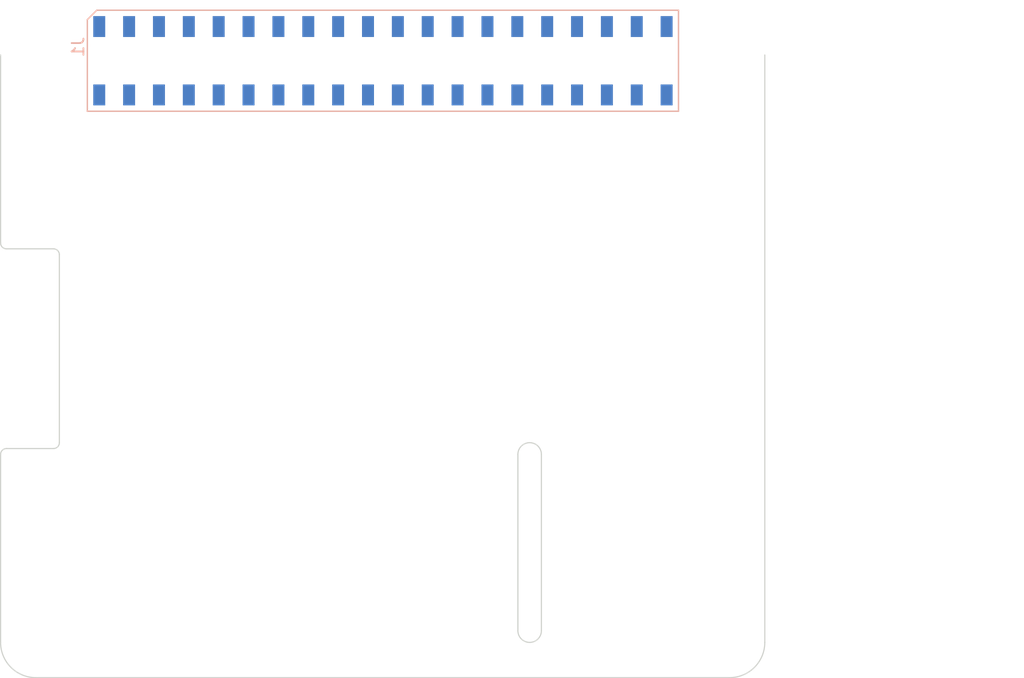
<source format=kicad_pcb>
(kicad_pcb (version 20240108) (generator "pcbnew") (generator_version "8.0")
  (title_block (date "15 nov 2012"))
  (layers (0 "F.Cu" signal) (31 "B.Cu" signal) (34 "B.Paste" user) (35 "F.Paste" user) (36 "B.SilkS" user "B.Silkscreen") (37 "F.SilkS" user "F.Silkscreen") (38 "B.Mask" user) (39 "F.Mask" user) (44 "Edge.Cuts" user))
  (net 0 "")
  (footprint "MountingHole:MountingHole_2.7mm_M2.5" (layer "F.Cu") (at 161.5 47.5)
    (property "Reference" "MH2" (hide yes))
    (property "Value" "MountingHole_2.7mm_M2.5" (hide yes))
    (pad "" np_thru_hole circle (at 0 0) (size 2.7 2.7) (drill 2.7) (layers "*.Cu" "*.Mask"))
  )
  (footprint "MountingHole:MountingHole_2.7mm_M2.5" (layer "F.Cu") (at 103.5 96.5)
    (property "Reference" "MH3" (hide yes))
    (property "Value" "MountingHole_2.7mm_M2.5" (hide yes))
    (pad "" np_thru_hole circle (at 0 0) (size 2.7 2.7) (drill 2.7) (layers "*.Cu" "*.Mask"))
  )
  (footprint "MountingHole:MountingHole_2.7mm_M2.5" (layer "F.Cu") (at 103.5 47.5)
    (property "Reference" "MH1" (hide yes))
    (property "Value" "MountingHole_2.7mm_M2.5" (hide yes))
    (pad "" np_thru_hole circle (at 0 0) (size 2.7 2.7) (drill 2.7) (layers "*.Cu" "*.Mask"))
  )
  (footprint "MountingHole:MountingHole_2.7mm_M2.5" (layer "F.Cu") (at 161.5 96.5)
    (property "Reference" "MH4" (hide yes))
    (property "Value" "MountingHole_2.7mm_M2.5" (hide yes))
    (pad "" np_thru_hole circle (at 0 0) (size 2.7 2.7) (drill 2.7) (layers "*.Cu" "*.Mask"))
  )
  (footprint "ch:Harwin M20-7812045-R" (layer "B.Cu") (at 108.39 46.22 -90)
    (property "Reference" "J1" (at 0.1 1.8 90) (layer "B.SilkS") (effects (justify mirror)))
    (property "Value" "Harwin M20-7812045-R" (hide yes))
    (fp_line (start -2.23 1.01) (end -3.03 0.21) (stroke (width 0.12)) (layer "B.SilkS"))
    (fp_line (start 5.57 1.01) (end -2.23 1.01) (stroke (width 0.12)) (layer "B.SilkS"))
    (fp_line (start -3.03 0.21) (end -3.03 -49.27) (stroke (width 0.12)) (layer "B.SilkS"))
    (fp_line (start -3.03 -49.27) (end 5.57 -49.27) (stroke (width 0.12)) (layer "B.SilkS"))
    (fp_line (start 5.57 -49.27) (end 5.57 1.01) (stroke (width 0.12)) (layer "B.SilkS"))
    (pad "" np_thru_hole circle (at 0 -48.26) (size 1.02 1.02) (drill 1.02) (layers "F&B.Cu"))
    (pad "" np_thru_hole circle (at 0 -45.72) (size 1.02 1.02) (drill 1.02) (layers "F&B.Cu"))
    (pad "" np_thru_hole circle (at 0 -43.18) (size 1.02 1.02) (drill 1.02) (layers "F&B.Cu"))
    (pad "" np_thru_hole circle (at 0 -40.64) (size 1.02 1.02) (drill 1.02) (layers "F&B.Cu"))
    (pad "" np_thru_hole circle (at 0 -38.1) (size 1.02 1.02) (drill 1.02) (layers "F&B.Cu"))
    (pad "" np_thru_hole circle (at 0 -35.56) (size 1.02 1.02) (drill 1.02) (layers "F&B.Cu"))
    (pad "" np_thru_hole circle (at 0 -33.02) (size 1.02 1.02) (drill 1.02) (layers "F&B.Cu"))
    (pad "" np_thru_hole circle (at 0 -30.48) (size 1.02 1.02) (drill 1.02) (layers "F&B.Cu"))
    (pad "" np_thru_hole circle (at 0 -27.94) (size 1.02 1.02) (drill 1.02) (layers "F&B.Cu"))
    (pad "" np_thru_hole circle (at 0 -25.4) (size 1.02 1.02) (drill 1.02) (layers "F&B.Cu"))
    (pad "" np_thru_hole circle (at 0 -22.86) (size 1.02 1.02) (drill 1.02) (layers "F&B.Cu"))
    (pad "" np_thru_hole circle (at 0 -20.32) (size 1.02 1.02) (drill 1.02) (layers "F&B.Cu"))
    (pad "" np_thru_hole circle (at 0 -17.78) (size 1.02 1.02) (drill 1.02) (layers "F&B.Cu"))
    (pad "" np_thru_hole circle (at 0 -15.26) (size 1.02 1.02) (drill 1.02) (layers "F&B.Cu"))
    (pad "" np_thru_hole circle (at 0 -12.7) (size 1.02 1.02) (drill 1.02) (layers "F&B.Cu"))
    (pad "" np_thru_hole circle (at 0 -10.16) (size 1.02 1.02) (drill 1.02) (layers "F&B.Cu"))
    (pad "" np_thru_hole circle (at 0 -7.62) (size 1.02 1.02) (drill 1.02) (layers "F&B.Cu"))
    (pad "" np_thru_hole circle (at 0 -5.08) (size 1.02 1.02) (drill 1.02) (layers "F&B.Cu"))
    (pad "" np_thru_hole circle (at 0 -2.54) (size 1.02 1.02) (drill 1.02) (layers "F&B.Cu"))
    (pad "" np_thru_hole circle (at 0 0) (size 1.02 1.02) (drill 1.02) (layers "F&B.Cu"))
    (pad "" np_thru_hole circle (at 1.27 -46.99) (size 1.8 1.8) (drill 1.8) (layers "F&B.Cu"))
    (pad "" np_thru_hole circle (at 1.27 -1.27) (size 1.8 1.8) (drill 1.8) (layers "F&B.Cu"))
    (pad "" np_thru_hole circle (at 2.54 -48.26) (size 1.02 1.02) (drill 1.02) (layers "F&B.Cu"))
    (pad "" np_thru_hole circle (at 2.54 -45.72) (size 1.02 1.02) (drill 1.02) (layers "F&B.Cu"))
    (pad "" np_thru_hole circle (at 2.54 -43.18) (size 1.02 1.02) (drill 1.02) (layers "F&B.Cu"))
    (pad "" np_thru_hole circle (at 2.54 -40.64) (size 1.02 1.02) (drill 1.02) (layers "F&B.Cu"))
    (pad "" np_thru_hole circle (at 2.54 -38.1) (size 1.02 1.02) (drill 1.02) (layers "F&B.Cu"))
    (pad "" np_thru_hole circle (at 2.54 -35.56) (size 1.02 1.02) (drill 1.02) (layers "F&B.Cu"))
    (pad "" np_thru_hole circle (at 2.54 -33.02) (size 1.02 1.02) (drill 1.02) (layers "F&B.Cu"))
    (pad "" np_thru_hole circle (at 2.54 -30.48) (size 1.02 1.02) (drill 1.02) (layers "F&B.Cu"))
    (pad "" np_thru_hole circle (at 2.54 -27.94) (size 1.02 1.02) (drill 1.02) (layers "F&B.Cu"))
    (pad "" np_thru_hole circle (at 2.54 -25.4) (size 1.02 1.02) (drill 1.02) (layers "F&B.Cu"))
    (pad "" np_thru_hole circle (at 2.54 -22.86) (size 1.02 1.02) (drill 1.02) (layers "F&B.Cu"))
    (pad "" np_thru_hole circle (at 2.54 -20.32) (size 1.02 1.02) (drill 1.02) (layers "F&B.Cu"))
    (pad "" np_thru_hole circle (at 2.54 -17.78) (size 1.02 1.02) (drill 1.02) (layers "F&B.Cu"))
    (pad "" np_thru_hole circle (at 2.54 -15.24) (size 1.02 1.02) (drill 1.02) (layers "F&B.Cu"))
    (pad "" np_thru_hole circle (at 2.54 -12.7) (size 1.02 1.02) (drill 1.02) (layers "F&B.Cu"))
    (pad "" np_thru_hole circle (at 2.54 -10.16) (size 1.02 1.02) (drill 1.02) (layers "F&B.Cu"))
    (pad "" np_thru_hole circle (at 2.54 -7.62) (size 1.02 1.02) (drill 1.02) (layers "F&B.Cu"))
    (pad "" np_thru_hole circle (at 2.54 -5.08) (size 1.02 1.02) (drill 1.02) (layers "F&B.Cu"))
    (pad "" np_thru_hole circle (at 2.54 -2.54) (size 1.02 1.02) (drill 1.02) (layers "F&B.Cu"))
    (pad "" np_thru_hole circle (at 2.54 0) (size 1.02 1.02) (drill 1.02) (layers "F&B.Cu"))
    (pad "1" smd rect (at 4.18 0) (size 1.02 1.78) (layers "B.Cu" "B.Paste" "B.Mask"))
    (pad "2" smd rect (at -1.64 0) (size 1.02 1.78) (layers "B.Cu" "B.Paste" "B.Mask"))
    (pad "3" smd rect (at 4.18 -2.54) (size 1.02 1.78) (layers "B.Cu" "B.Paste" "B.Mask"))
    (pad "4" smd rect (at -1.64 -2.54) (size 1.02 1.78) (layers "B.Cu" "B.Paste" "B.Mask"))
    (pad "5" smd rect (at 4.18 -5.08) (size 1.02 1.78) (layers "B.Cu" "B.Paste" "B.Mask"))
    (pad "6" smd rect (at -1.64 -5.08) (size 1.02 1.78) (layers "B.Cu" "B.Paste" "B.Mask"))
    (pad "7" smd rect (at 4.18 -7.62) (size 1.02 1.78) (layers "B.Cu" "B.Paste" "B.Mask"))
    (pad "8" smd rect (at -1.64 -7.62) (size 1.02 1.78) (layers "B.Cu" "B.Paste" "B.Mask"))
    (pad "9" smd rect (at 4.18 -10.16) (size 1.02 1.78) (layers "B.Cu" "B.Paste" "B.Mask"))
    (pad "10" smd rect (at -1.64 -10.16) (size 1.02 1.78) (layers "B.Cu" "B.Paste" "B.Mask"))
    (pad "11" smd rect (at 4.18 -12.7) (size 1.02 1.78) (layers "B.Cu" "B.Paste" "B.Mask"))
    (pad "12" smd rect (at -1.64 -12.7) (size 1.02 1.78) (layers "B.Cu" "B.Paste" "B.Mask"))
    (pad "13" smd rect (at 4.18 -15.24) (size 1.02 1.78) (layers "B.Cu" "B.Paste" "B.Mask"))
    (pad "14" smd rect (at -1.64 -15.24) (size 1.02 1.78) (layers "B.Cu" "B.Paste" "B.Mask"))
    (pad "15" smd rect (at 4.18 -17.78) (size 1.02 1.78) (layers "B.Cu" "B.Paste" "B.Mask"))
    (pad "16" smd rect (at -1.64 -17.78) (size 1.02 1.78) (layers "B.Cu" "B.Paste" "B.Mask"))
    (pad "17" smd rect (at 4.18 -20.32) (size 1.02 1.78) (layers "B.Cu" "B.Paste" "B.Mask"))
    (pad "18" smd rect (at -1.64 -20.32) (size 1.02 1.78) (layers "B.Cu" "B.Paste" "B.Mask"))
    (pad "19" smd rect (at 4.18 -22.86) (size 1.02 1.78) (layers "B.Cu" "B.Paste" "B.Mask"))
    (pad "20" smd rect (at -1.64 -22.86) (size 1.02 1.78) (layers "B.Cu" "B.Paste" "B.Mask"))
    (pad "21" smd rect (at 4.18 -25.4) (size 1.02 1.78) (layers "B.Cu" "B.Paste" "B.Mask"))
    (pad "22" smd rect (at -1.64 -25.4) (size 1.02 1.78) (layers "B.Cu" "B.Paste" "B.Mask"))
    (pad "23" smd rect (at 4.18 -27.94) (size 1.02 1.78) (layers "B.Cu" "B.Paste" "B.Mask"))
    (pad "24" smd rect (at -1.64 -27.94) (size 1.02 1.78) (layers "B.Cu" "B.Paste" "B.Mask"))
    (pad "25" smd rect (at 4.18 -30.48) (size 1.02 1.78) (layers "B.Cu" "B.Paste" "B.Mask"))
    (pad "26" smd rect (at -1.64 -30.48) (size 1.02 1.78) (layers "B.Cu" "B.Paste" "B.Mask"))
    (pad "27" smd rect (at 4.18 -33.02) (size 1.02 1.78) (layers "B.Cu" "B.Paste" "B.Mask"))
    (pad "28" smd rect (at -1.64 -33.02) (size 1.02 1.78) (layers "B.Cu" "B.Paste" "B.Mask"))
    (pad "29" smd rect (at 4.18 -35.56) (size 1.02 1.78) (layers "B.Cu" "B.Paste" "B.Mask"))
    (pad "30" smd rect (at -1.64 -35.56) (size 1.02 1.78) (layers "B.Cu" "B.Paste" "B.Mask"))
    (pad "31" smd rect (at 4.18 -38.1) (size 1.02 1.78) (layers "B.Cu" "B.Paste" "B.Mask"))
    (pad "32" smd rect (at -1.64 -38.1) (size 1.02 1.78) (layers "B.Cu" "B.Paste" "B.Mask"))
    (pad "33" smd rect (at 4.18 -40.64) (size 1.02 1.78) (layers "B.Cu" "B.Paste" "B.Mask"))
    (pad "34" smd rect (at -1.64 -40.64) (size 1.02 1.78) (layers "B.Cu" "B.Paste" "B.Mask"))
    (pad "35" smd rect (at 4.18 -43.18) (size 1.02 1.78) (layers "B.Cu" "B.Paste" "B.Mask"))
    (pad "36" smd rect (at -1.64 -43.18) (size 1.02 1.78) (layers "B.Cu" "B.Paste" "B.Mask"))
    (pad "37" smd rect (at 4.18 -45.72) (size 1.02 1.78) (layers "B.Cu" "B.Paste" "B.Mask"))
    (pad "38" smd rect (at -1.64 -45.72) (size 1.02 1.78) (layers "B.Cu" "B.Paste" "B.Mask"))
    (pad "39" smd rect (at 4.18 -48.26) (size 1.02 1.78) (layers "B.Cu" "B.Paste" "B.Mask"))
    (pad "40" smd rect (at -1.64 -48.26) (size 1.02 1.78) (layers "B.Cu" "B.Paste" "B.Mask"))
  )
  (gr_arc (start 100.5 63.5) (mid 100.146447 63.353553) (end 100 63) (stroke (width 0.1)) (layer "Edge.Cuts"))
  (gr_line (start 165 97) (end 165 47) (stroke (width 0.1)) (layer "Edge.Cuts"))
  (gr_line (start 100 47) (end 100 63) (stroke (width 0.1)) (layer "Edge.Cuts"))
  (gr_line (start 146 81) (end 146 96) (stroke (width 0.1)) (layer "Edge.Cuts"))
  (gr_line (start 144 96) (end 144 81) (stroke (width 0.1)) (layer "Edge.Cuts"))
  (gr_arc (start 103 100) (mid 100.87868 99.12132) (end 100 97) (stroke (width 0.1)) (layer "Edge.Cuts"))
  (gr_line (start 103 100) (end 162 100) (stroke (width 0.1)) (layer "Edge.Cuts"))
  (gr_line (start 104.5 80.5) (end 100.5 80.5) (stroke (width 0.1)) (layer "Edge.Cuts"))
  (gr_arc (start 144 81) (mid 145 80) (end 146 81) (stroke (width 0.1)) (layer "Edge.Cuts"))
  (gr_arc (start 100 81) (mid 100.146138 80.646755) (end 100.499127 80.500001) (stroke (width 0.1)) (layer "Edge.Cuts"))
  (gr_arc (start 165 97) (mid 164.12132 99.12132) (end 162 100) (stroke (width 0.1)) (layer "Edge.Cuts"))
  (gr_line (start 105 64) (end 105 80) (stroke (width 0.1)) (layer "Edge.Cuts"))
  (gr_arc (start 146 96) (mid 145 97) (end 144 96) (stroke (width 0.1)) (layer "Edge.Cuts"))
  (gr_line (start 100 81) (end 100 97) (stroke (width 0.1)) (layer "Edge.Cuts"))
  (gr_line (start 100.5 63.5) (end 104.5 63.5) (stroke (width 0.1)) (layer "Edge.Cuts"))
  (gr_arc (start 105 80) (mid 104.853553 80.353553) (end 104.5 80.5) (stroke (width 0.1)) (layer "Edge.Cuts"))
  (gr_arc (start 104.5 63.5) (mid 104.853553 63.646447) (end 105 64) (stroke (width 0.1)) (layer "Edge.Cuts"))
)
</source>
